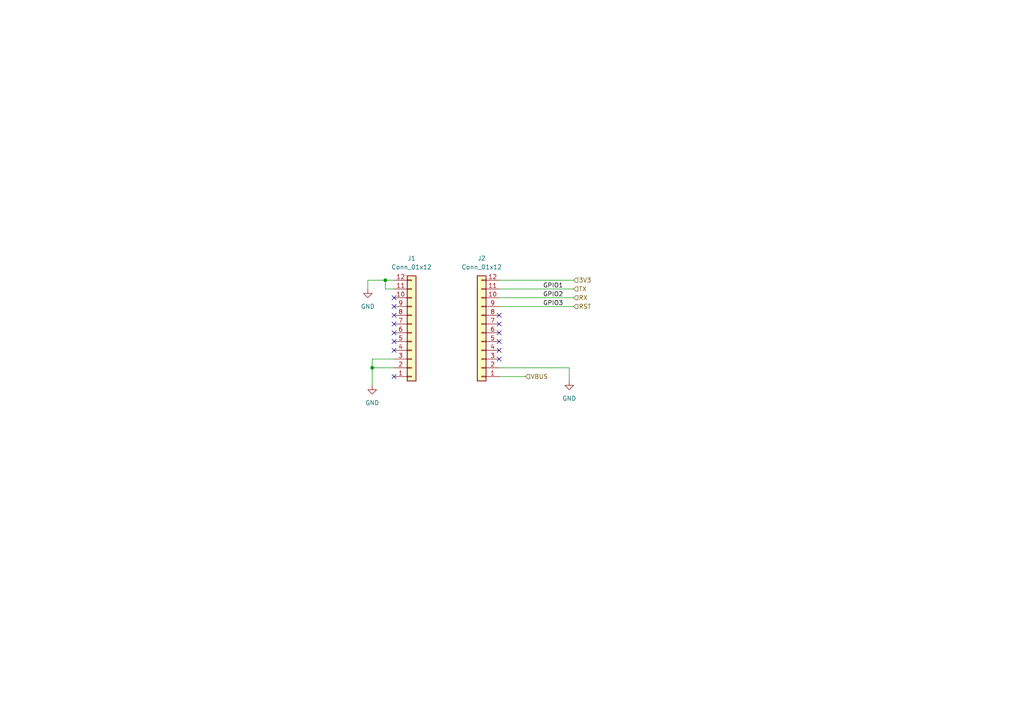
<source format=kicad_sch>
(kicad_sch (version 20231120) (generator "eeschema") (generator_version "8.0")
  (paper "A4")
  (title_block (title "NerdNOS") (date "2024-04-05") (rev "1"))
  (lib_symbols
    (symbol "Connector_Generic:Conn_01x12" (pin_names (offset 1.016) hide)
      (property "Reference" "J" (at 0 15.24 0))
      (property "Value" "Conn_01x12" (at 0 -17.78 0))
      (symbol "Conn_01x12_1_1"
        (rectangle (start -1.27 -15.113) (end 0 -15.367) (stroke (width 0.1524)))
        (rectangle (start -1.27 -12.573) (end 0 -12.827) (stroke (width 0.1524)))
        (rectangle (start -1.27 -10.033) (end 0 -10.287) (stroke (width 0.1524)))
        (rectangle (start -1.27 -7.493) (end 0 -7.747) (stroke (width 0.1524)))
        (rectangle (start -1.27 -4.953) (end 0 -5.207) (stroke (width 0.1524)))
        (rectangle (start -1.27 -2.413) (end 0 -2.667) (stroke (width 0.1524)))
        (rectangle (start -1.27 0.127) (end 0 -0.127) (stroke (width 0.1524)))
        (rectangle (start -1.27 2.667) (end 0 2.413) (stroke (width 0.1524)))
        (rectangle (start -1.27 5.207) (end 0 4.953) (stroke (width 0.1524)))
        (rectangle (start -1.27 7.747) (end 0 7.493) (stroke (width 0.1524)))
        (rectangle (start -1.27 10.287) (end 0 10.033) (stroke (width 0.1524)))
        (rectangle (start -1.27 12.827) (end 0 12.573) (stroke (width 0.1524)))
        (rectangle (start -1.27 13.97) (end 1.27 -16.51) (stroke (width 0.254)) (fill (type background)))
        (pin passive line (at -5.08 12.7 0) (length 3.81) (name "Pin_1") (number "1"))
        (pin passive line (at -5.08 -10.16 0) (length 3.81) (name "Pin_10") (number "10"))
        (pin passive line (at -5.08 -12.7 0) (length 3.81) (name "Pin_11") (number "11"))
        (pin passive line (at -5.08 -15.24 0) (length 3.81) (name "Pin_12") (number "12"))
        (pin passive line (at -5.08 10.16 0) (length 3.81) (name "Pin_2") (number "2"))
        (pin passive line (at -5.08 7.62 0) (length 3.81) (name "Pin_3") (number "3"))
        (pin passive line (at -5.08 5.08 0) (length 3.81) (name "Pin_4") (number "4"))
        (pin passive line (at -5.08 2.54 0) (length 3.81) (name "Pin_5") (number "5"))
        (pin passive line (at -5.08 0 0) (length 3.81) (name "Pin_6") (number "6"))
        (pin passive line (at -5.08 -2.54 0) (length 3.81) (name "Pin_7") (number "7"))
        (pin passive line (at -5.08 -5.08 0) (length 3.81) (name "Pin_8") (number "8"))
        (pin passive line (at -5.08 -7.62 0) (length 3.81) (name "Pin_9") (number "9"))
      )
    )
    (symbol "power:GND" (power) (pin_numbers hide) (pin_names (offset 0) hide)
      (property "Value" "GND" (at 0 -3.81 0))
      (symbol "GND_0_1"
        (polyline (pts (xy 0 0) (xy 0 -1.27) (xy 1.27 -1.27) (xy 0 -2.54) (xy -1.27 -1.27) (xy 0 -1.27)))
      )
      (symbol "GND_1_1"
        (pin power_in line (at 0 0 270) (length 0) (name "~") (number "1"))
      )
    )
  )
  (junction (at 107.95 106.68))
  (junction (at 111.76 81.28))
  (no_connect (at 114.3 91.44))
  (no_connect (at 114.3 101.6))
  (no_connect (at 114.3 96.52))
  (no_connect (at 114.3 88.9))
  (no_connect (at 114.3 86.36))
  (no_connect (at 114.3 99.06))
  (no_connect (at 144.78 91.44))
  (no_connect (at 144.78 101.6))
  (no_connect (at 144.78 96.52))
  (no_connect (at 144.78 93.98))
  (no_connect (at 114.3 93.98))
  (no_connect (at 144.78 104.14))
  (no_connect (at 114.3 109.22))
  (no_connect (at 144.78 99.06))
  (wire (pts (xy 165.1 106.68) (xy 144.78 106.68)))
  (wire (pts (xy 114.3 83.82) (xy 111.76 83.82)))
  (wire (pts (xy 111.76 81.28) (xy 106.68 81.28)))
  (wire (pts (xy 114.3 104.14) (xy 107.95 104.14)))
  (wire (pts (xy 107.95 106.68) (xy 114.3 106.68)))
  (wire (pts (xy 166.37 81.28) (xy 144.78 81.28)))
  (wire (pts (xy 144.78 109.22) (xy 152.4 109.22)))
  (wire (pts (xy 106.68 81.28) (xy 106.68 83.82)))
  (wire (pts (xy 114.3 81.28) (xy 111.76 81.28)))
  (wire (pts (xy 165.1 110.49) (xy 165.1 106.68)))
  (wire (pts (xy 111.76 83.82) (xy 111.76 81.28)))
  (wire (pts (xy 144.78 83.82) (xy 166.37 83.82)))
  (wire (pts (xy 144.78 86.36) (xy 166.37 86.36)))
  (wire (pts (xy 107.95 111.76) (xy 107.95 106.68)))
  (wire (pts (xy 144.78 88.9) (xy 166.37 88.9)))
  (wire (pts (xy 107.95 104.14) (xy 107.95 106.68)))
  (label "GPIO3" (at 157.48 88.9 0))
  (label "GPIO2" (at 157.48 86.36 0))
  (label "GPIO1" (at 157.48 83.82 0))
  (hierarchical_label "RST" (shape input) (at 166.37 88.9 0))
  (hierarchical_label "VBUS" (shape input) (at 152.4 109.22 0))
  (hierarchical_label "RX" (shape input) (at 166.37 86.36 0))
  (hierarchical_label "3V3" (shape input) (at 166.37 81.28 0))
  (hierarchical_label "TX" (shape input) (at 166.37 83.82 0))
  (symbol (lib_id "Connector_Generic:Conn_01x12") (at 139.7 96.52 180) (unit 1)
    (property "Reference" "J2" (at 139.7 74.93 0))
    (property "Value" "Conn_01x12" (at 139.7 77.47 0))
    (property "Footprint" "Connector_PinHeader_2.54mm:PinHeader_1x12_P2.54mm_Vertical" (effects (hide yes)))
    (property "Description" "Generic connector, single row, 01x12, script generated (kicad-library-utils/schlib/autogen/connector/)" (effects (hide yes)))
  )
  (symbol (lib_id "power:GND") (at 106.68 83.82 0) (unit 1)
    (property "Reference" "#PWR09" (effects (hide yes)))
    (property "Value" "GND" (at 106.68 88.9 0))
    (property "Description" "Power symbol creates a global label with name \"GND\" , ground" (effects (hide yes)))
  )
  (symbol (lib_id "Connector_Generic:Conn_01x12") (at 119.38 96.52 0) (mirror x) (unit 1)
    (property "Reference" "J1" (at 119.38 74.93 0))
    (property "Value" "Conn_01x12" (at 119.38 77.47 0))
    (property "Footprint" "Connector_PinHeader_2.54mm:PinHeader_1x12_P2.54mm_Vertical" (effects (hide yes)))
    (property "Description" "Generic connector, single row, 01x12, script generated (kicad-library-utils/schlib/autogen/connector/)" (effects (hide yes)))
  )
  (symbol (lib_id "power:GND") (at 165.1 110.49 0) (unit 1)
    (property "Reference" "#PWR011" (effects (hide yes)))
    (property "Value" "GND" (at 165.1 115.57 0))
    (property "Description" "Power symbol creates a global label with name \"GND\" , ground" (effects (hide yes)))
  )
  (symbol (lib_id "power:GND") (at 107.95 111.76 0) (unit 1)
    (property "Reference" "#PWR010" (effects (hide yes)))
    (property "Value" "GND" (at 107.95 116.84 0))
    (property "Description" "Power symbol creates a global label with name \"GND\" , ground" (effects (hide yes)))
  )
)
</source>
